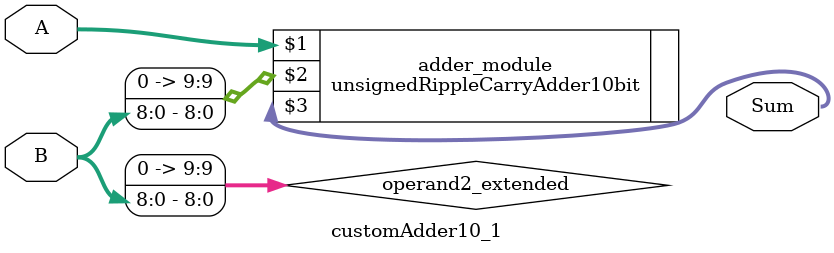
<source format=v>

module customAdder10_1(
                    input [9 : 0] A,
                    input [8 : 0] B,
                    
                    output [10 : 0] Sum
            );

    wire [9 : 0] operand2_extended;
    
    assign operand2_extended =  {1'b0, B};
    
    unsignedRippleCarryAdder10bit adder_module(
        A,
        operand2_extended,
        Sum
    );
    
endmodule
        
</source>
